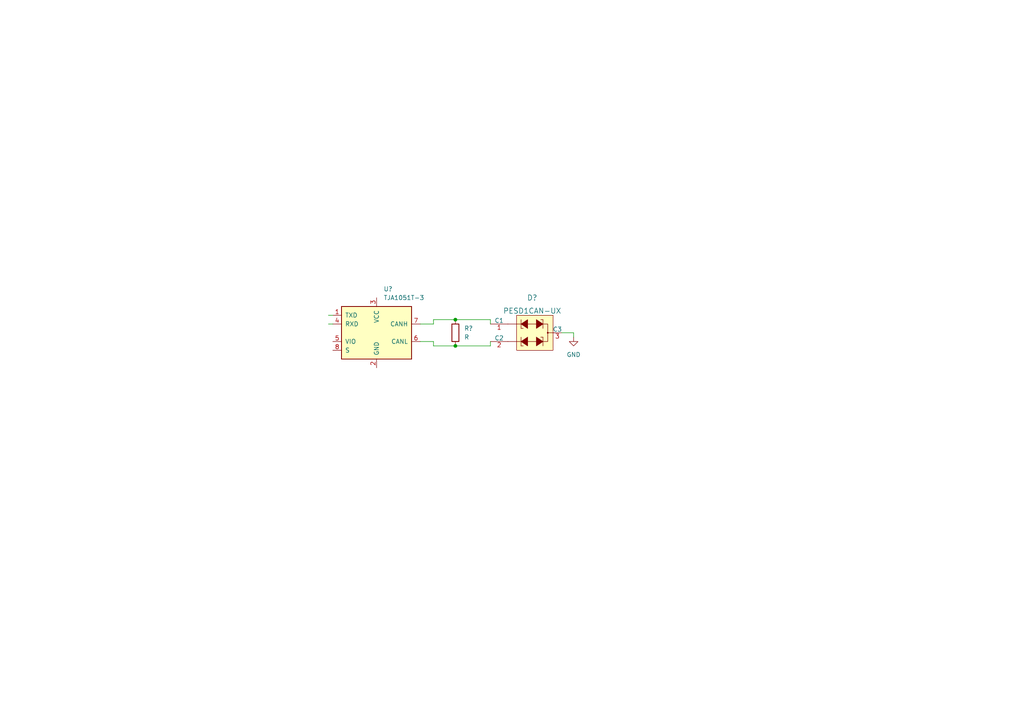
<source format=kicad_sch>
(kicad_sch (version 20211123) (generator eeschema)
  (paper "A4")
  (lib_symbols
    (symbol "Device:R" (pin_numbers hide) (pin_names (offset 0))
      (property "Reference" "R" (at 2.032 0 90))
      (property "Value" "R" (at 0 0 90))
      (symbol "R_0_1"
        (rectangle (start -1.016 -2.54) (end 1.016 2.54) (stroke (width 0.254)))
      )
      (symbol "R_1_1"
        (pin passive line (at 0 3.81 270) (length 1.27) (name "~") (number "1"))
        (pin passive line (at 0 -3.81 90) (length 1.27) (name "~") (number "2"))
      )
    )
    (symbol "Interface_CAN_LIN:TJA1051T-3" (pin_names (offset 1.016))
      (property "Reference" "U" (at -10.16 8.89 0))
      (property "Value" "TJA1051T-3" (at 1.27 8.89 0))
      (symbol "TJA1051T-3_0_1"
        (rectangle (start -10.16 7.62) (end 10.16 -7.62) (stroke (width 0.254)) (fill (type background)))
      )
      (symbol "TJA1051T-3_1_1"
        (pin input line (at -12.7 5.08 0) (length 2.54) (name "TXD") (number "1"))
        (pin power_in line (at 0 -10.16 90) (length 2.54) (name "GND") (number "2"))
        (pin power_in line (at 0 10.16 270) (length 2.54) (name "VCC") (number "3"))
        (pin output line (at -12.7 2.54 0) (length 2.54) (name "RXD") (number "4"))
        (pin power_in line (at -12.7 -2.54 0) (length 2.54) (name "VIO") (number "5"))
        (pin bidirectional line (at 12.7 -2.54 180) (length 2.54) (name "CANL") (number "6"))
        (pin bidirectional line (at 12.7 2.54 180) (length 2.54) (name "CANH") (number "7"))
        (pin input line (at -12.7 -5.08 0) (length 2.54) (name "S") (number "8"))
      )
    )
    (symbol "power:GND" (power) (pin_names (offset 0))
      (property "Value" "GND" (at 0 -3.81 0))
      (symbol "GND_0_1"
        (polyline (pts (xy 0 0) (xy 0 -1.27) (xy 1.27 -1.27) (xy 0 -2.54) (xy -1.27 -1.27) (xy 0 -1.27)))
      )
      (symbol "GND_1_1"
        (pin power_in line (at 0 0 270) (length 0) hide (name "GND") (number "1"))
      )
    )
    (symbol "rusefi_pesd1can:PESD1CAN-UX" (pin_names (offset 0))
      (property "Reference" "D" (at -5.207 5.969 0))
      (property "Value" "PESD1CAN-UX" (at 1.27 -6.35 0))
      (symbol "PESD1CAN-UX_0_1"
        (rectangle (start -5.08 5.08) (end 5.461 -5.08) (fill (type background)))
        (polyline (pts (xy -3.81 -3.81) (xy -3.175 -3.81)))
        (polyline (pts (xy -3.81 -2.54) (xy -7.62 -2.54)))
        (polyline (pts (xy -3.81 -1.27) (xy -3.81 -3.81)))
        (polyline (pts (xy -3.81 1.27) (xy -3.175 1.27)))
        (polyline (pts (xy -3.81 2.54) (xy -7.62 2.54)))
        (polyline (pts (xy -3.81 3.81) (xy -3.81 1.27)))
        (polyline (pts (xy 0.635 -2.54) (xy -1.905 -2.54)))
        (polyline (pts (xy 0.635 2.54) (xy -1.905 2.54)))
        (polyline (pts (xy 0.635 2.54) (xy 0.635 2.54)))
        (polyline (pts (xy 2.54 -1.27) (xy 1.905 -1.27)))
        (polyline (pts (xy 2.54 -1.27) (xy 2.54 -3.81)))
        (polyline (pts (xy 2.54 3.81) (xy 1.905 3.81)))
        (polyline (pts (xy 2.54 3.81) (xy 2.54 1.27)))
        (polyline (pts (xy 3.937 0) (xy 6.477 0)))
        (polyline (pts (xy -1.905 -1.27) (xy -1.905 -3.81) (xy -3.81 -2.54) (xy -1.905 -1.27)) (fill (type outline)))
        (polyline (pts (xy -1.905 1.27) (xy -1.905 3.81) (xy -3.81 2.54) (xy -1.905 1.27)) (fill (type outline)))
        (polyline (pts (xy 0.635 -1.27) (xy 0.635 -3.81) (xy 2.54 -2.54) (xy 0.635 -1.27)) (fill (type outline)))
        (polyline (pts (xy 0.635 3.81) (xy 0.635 1.27) (xy 2.54 2.54) (xy 0.635 3.81)) (fill (type outline)))
        (polyline (pts (xy 1.397 2.54) (xy 3.937 2.54) (xy 3.937 -2.54) (xy 1.397 -2.54)))
        (circle (center 3.937 0) (radius 0.1778) (fill (type outline)))
      )
      (symbol "PESD1CAN-UX_1_1"
        (pin passive line (at -12.7 2.54 0) (length 5.08) (name "C1") (number "1"))
        (pin passive line (at -12.7 -2.54 0) (length 5.08) (name "C2") (number "2"))
        (pin passive line (at 8.001 0 180) (length 2.54) (name "C3") (number "3"))
      )
    )
  )
  (junction (at 132.08 92.71))
  (junction (at 132.08 100.33))
  (wire (pts (xy 162.941 96.52) (xy 166.37 96.52)))
  (wire (pts (xy 142.24 100.33) (xy 142.24 99.06)))
  (wire (pts (xy 166.37 96.52) (xy 166.37 97.79)))
  (wire (pts (xy 125.73 100.33) (xy 132.08 100.33)))
  (wire (pts (xy 132.08 100.33) (xy 142.24 100.33)))
  (wire (pts (xy 95.25 91.44) (xy 96.52 91.44)))
  (wire (pts (xy 121.92 99.06) (xy 125.73 99.06)))
  (wire (pts (xy 125.73 93.98) (xy 125.73 92.71)))
  (wire (pts (xy 142.24 92.71) (xy 142.24 93.98)))
  (wire (pts (xy 95.25 93.98) (xy 96.52 93.98)))
  (wire (pts (xy 121.92 93.98) (xy 125.73 93.98)))
  (wire (pts (xy 125.73 99.06) (xy 125.73 100.33)))
  (wire (pts (xy 125.73 92.71) (xy 132.08 92.71)))
  (wire (pts (xy 132.08 92.71) (xy 142.24 92.71)))
  (symbol (lib_id "rusefi_pesd1can:PESD1CAN-UX") (at 154.94 96.52 0) (unit 1)
    (property "Reference" "D?" (at 154.3685 86.36 0) (effects (font (size 1.524 1.524))))
    (property "Value" "PESD1CAN-UX" (at 154.3685 90.17 0) (effects (font (size 1.524 1.524))))
    (property "Footprint" "digikey-footprints:SOT-323" (effects hide))
    (property "Datasheet" "https://assets.nexperia.com/documents/data-sheet/PESD1CAN-U.pdf" (effects hide))
    (property "Digi-Key_PN" "1727-1306-1-ND" (effects hide))
    (property "MPN" "PESD1CAN-UX" (effects hide))
    (property "Category" "Circuit Protection" (effects hide))
    (property "Family" "TVS - Diodes" (effects hide))
    (property "DK_Datasheet_Link" "https://assets.nexperia.com/documents/data-sheet/PESD1CAN-U.pdf" (effects hide))
    (property "DK_Detail_Page" "/product-detail/en/nexperia-usa-inc/PESD1CAN-UX/1727-1306-1-ND/4386316" (effects hide))
    (property "Description" "TVS DIODE 24V 50V SOT323-3" (effects hide))
    (property "Manufacturer" "Nexperia USA Inc." (effects hide))
    (property "Status" "Active" (effects hide))
  )
  (symbol (lib_id "Device:R") (at 132.08 96.52 0) (unit 1)
    (property "Reference" "R?" (at 134.62 95.2499 0) (effects (justify left)))
    (property "Value" "R" (at 134.62 97.7899 0) (effects (justify left)))
  )
  (symbol (lib_id "Interface_CAN_LIN:TJA1051T-3") (at 109.22 96.52 0) (unit 1)
    (property "Reference" "U?" (at 111.2394 83.82 0) (effects (justify left)))
    (property "Value" "TJA1051T-3" (at 111.2394 86.36 0) (effects (justify left)))
    (property "Footprint" "Package_SO:SOIC-8_3.9x4.9mm_P1.27mm" (effects hide))
    (property "Datasheet" "http://www.nxp.com/documents/data_sheet/TJA1051.pdf" (effects hide))
  )
  (symbol (lib_id "power:GND") (at 166.37 97.79 0) (unit 1)
    (property "Reference" "#PWR?" (effects hide))
    (property "Value" "GND" (at 166.37 102.87 0))
  )
)
</source>
